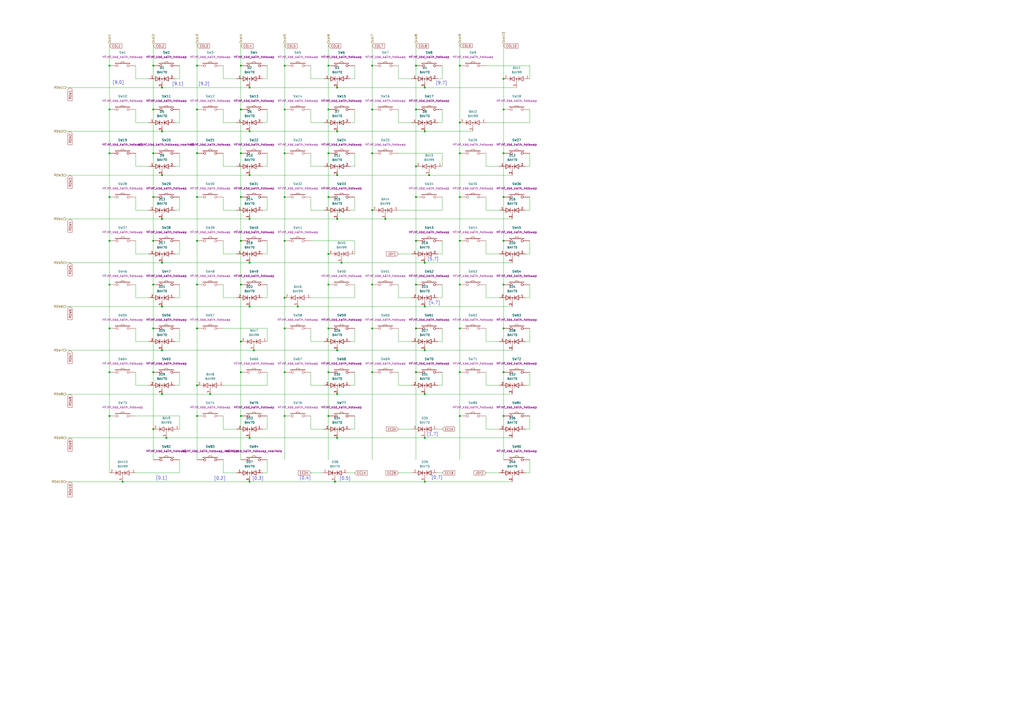
<source format=kicad_sch>
(kicad_sch (version 20250114) (generator "eeschema") (generator_version "9.0")
  (paper "A2")
  (lib_symbols
    (symbol "Diode:BAV70" (pin_names (hide yes))
      (property "Reference" "D" (at 0.635 -2.54 0))
      (property "Value" "BAV70" (at 0 2.54 0))
      (symbol "BAV70_0_1"
        (pin passive line (at -7.62 0 0) (length 3.81) (name "A") (number "1"))
        (pin passive line (at 0 -5.08 90) (length 2.54) (name "K") (number "3"))
        (pin passive line (at 7.62 0 180) (length 3.81) (name "A") (number "2"))
      )
    )
    (symbol "Diode:BAV99" (pin_names (hide yes))
      (property "Reference" "D" (at 0 5.08 0))
      (property "Value" "BAV99" (at 0 2.54 0))
      (symbol "BAV99_1_1"
        (pin passive line (at -7.62 0 0) (length 2.54) (name "K") (number "1"))
        (pin passive line (at 0 -5.08 90) (length 2.54) (name "K") (number "3"))
        (pin passive line (at 7.62 0 180) (length 2.54) (name "A") (number "2"))
      )
    )
    (symbol "HF:SW_PUSH" (pin_numbers (hide yes)) (pin_names (offset 1.016) (hide yes))
      (property "Reference" "SW" (at 3.81 2.54 0))
      (property "Footprint" "HF:hf_kbd_kailh_hotswap" (at 0 5.842 0))
      (symbol "SW_PUSH_1_1"
        (pin passive inverted (at -7.62 0 0) (length 5.08) (name "1") (number "1"))
        (pin passive inverted (at 7.62 0 180) (length 5.08) (name "2") (number "2"))
      )
    )
  )
  (text "[0,3]" (at 149.606 277.622 0) (effects (font (size 1.778 1.778))))
  (text "[1,7]" (at 250.952 251.968 0) (effects (font (size 1.778 1.778))))
  (text "[4,7]" (at 251.968 175.768 0) (effects (font (size 1.778 1.778))))
  (text "[9,1]" (at 103.124 48.768 0) (effects (font (size 1.778 1.778))))
  (text "[9,7]" (at 256.032 48.26 0) (effects (font (size 1.778 1.778))))
  (text "[9,2]" (at 118.364 48.768 0) (effects (font (size 1.778 1.778))))
  (text "[0,5]" (at 200.152 277.622 0) (effects (font (size 1.778 1.778))))
  (text "[0,1]" (at 93.726 277.368 0) (effects (font (size 1.778 1.778))))
  (text "[0,7]" (at 253.492 277.114 0) (effects (font (size 1.778 1.778))))
  (text "[0,4]" (at 177.038 277.368 0) (effects (font (size 1.778 1.778))))
  (text "[0,2]" (at 127.508 277.622 0) (effects (font (size 1.778 1.778))))
  (text "[9,0]" (at 68.58 48.006 0) (effects (font (size 1.778 1.778))))
  (text "[5,7]" (at 251.206 150.368 0) (effects (font (size 1.778 1.778))))
  (junction (at 63.5 63.5))
  (junction (at 195.58 254))
  (junction (at 246.38 203.2))
  (junction (at 114.3 139.7))
  (junction (at 165.1 63.5))
  (junction (at 215.9 215.9))
  (junction (at 144.78 76.2))
  (junction (at 88.9 88.9))
  (junction (at 88.9 248.92))
  (junction (at 195.58 203.2))
  (junction (at 93.98 228.6))
  (junction (at 114.3 190.5))
  (junction (at 246.38 228.6))
  (junction (at 292.1 63.5))
  (junction (at 63.5 114.3))
  (junction (at 96.52 254))
  (junction (at 292.1 190.5))
  (junction (at 114.3 114.3))
  (junction (at 63.5 165.1))
  (junction (at 139.7 165.1))
  (junction (at 266.7 71.12))
  (junction (at 165.1 172.72))
  (junction (at 88.9 215.9))
  (junction (at 190.5 241.3))
  (junction (at 147.32 203.2))
  (junction (at 88.9 38.1))
  (junction (at 93.98 101.6))
  (junction (at 88.9 190.5))
  (junction (at 144.78 152.4))
  (junction (at 241.3 190.5))
  (junction (at 215.9 190.5))
  (junction (at 165.1 190.5))
  (junction (at 172.72 177.8))
  (junction (at 144.78 177.8))
  (junction (at 195.58 50.8))
  (junction (at 292.1 139.7))
  (junction (at 246.38 152.4))
  (junction (at 266.7 215.9))
  (junction (at 139.7 215.9))
  (junction (at 266.7 165.1))
  (junction (at 63.5 190.5))
  (junction (at 190.5 114.3))
  (junction (at 165.1 38.1))
  (junction (at 241.3 114.3))
  (junction (at 190.5 63.5))
  (junction (at 246.38 50.8))
  (junction (at 190.5 190.5))
  (junction (at 215.9 88.9))
  (junction (at 114.3 63.5))
  (junction (at 215.9 121.92))
  (junction (at 93.98 177.8))
  (junction (at 93.98 203.2))
  (junction (at 165.1 215.9))
  (junction (at 144.78 279.4))
  (junction (at 266.7 241.3))
  (junction (at 195.58 228.6))
  (junction (at 165.1 88.9))
  (junction (at 93.98 152.4))
  (junction (at 93.98 127))
  (junction (at 165.1 114.3))
  (junction (at 248.92 101.6))
  (junction (at 144.78 127))
  (junction (at 215.9 165.1))
  (junction (at 241.3 63.5))
  (junction (at 266.7 190.5))
  (junction (at 139.7 88.9))
  (junction (at 114.3 223.52))
  (junction (at 292.1 241.3))
  (junction (at 292.1 45.72))
  (junction (at 266.7 88.9))
  (junction (at 241.3 165.1))
  (junction (at 139.7 139.7))
  (junction (at 292.1 88.9))
  (junction (at 63.5 215.9))
  (junction (at 139.7 241.3))
  (junction (at 144.78 254))
  (junction (at 114.3 88.9))
  (junction (at 223.52 127))
  (junction (at 215.9 63.5))
  (junction (at 190.5 147.32))
  (junction (at 93.98 76.2))
  (junction (at 241.3 38.1))
  (junction (at 292.1 114.3))
  (junction (at 246.38 177.8))
  (junction (at 190.5 38.1))
  (junction (at 190.5 165.1))
  (junction (at 63.5 139.7))
  (junction (at 266.7 114.3))
  (junction (at 63.5 88.9))
  (junction (at 114.3 165.1))
  (junction (at 266.7 38.1))
  (junction (at 88.9 63.5))
  (junction (at 241.3 96.52))
  (junction (at 190.5 215.9))
  (junction (at 241.3 139.7))
  (junction (at 139.7 63.5))
  (junction (at 63.5 38.1))
  (junction (at 88.9 114.3))
  (junction (at 195.58 76.2))
  (junction (at 195.58 101.6))
  (junction (at 195.58 127))
  (junction (at 88.9 139.7))
  (junction (at 292.1 215.9))
  (junction (at 63.5 241.3))
  (junction (at 114.3 241.3))
  (junction (at 114.3 38.1))
  (junction (at 71.12 279.4))
  (junction (at 88.9 165.1))
  (junction (at 165.1 241.3))
  (junction (at 241.3 215.9))
  (junction (at 292.1 165.1))
  (junction (at 121.92 228.6))
  (junction (at 246.38 279.4))
  (junction (at 194.31 279.4))
  (junction (at 93.98 50.8))
  (junction (at 266.7 139.7))
  (junction (at 139.7 38.1))
  (junction (at 246.38 254))
  (junction (at 246.38 76.2))
  (junction (at 190.5 88.9))
  (junction (at 144.78 50.8))
  (junction (at 139.7 198.12))
  (junction (at 165.1 139.7))
  (junction (at 144.78 101.6))
  (junction (at 198.12 152.4))
  (junction (at 139.7 114.3))
  (junction (at 215.9 38.1))
  (wire (pts (xy 38.1 101.6) (xy 93.98 101.6)))
  (wire (pts (xy 63.5 190.5) (xy 63.5 215.9)))
  (wire (pts (xy 307.34 121.92) (xy 307.34 114.3)))
  (wire (pts (xy 104.14 147.32) (xy 104.14 139.7)))
  (wire (pts (xy 180.34 223.52) (xy 187.96 223.52)))
  (wire (pts (xy 307.34 63.5) (xy 307.34 71.12)))
  (wire (pts (xy 78.74 38.1) (xy 78.74 45.72)))
  (wire (pts (xy 281.94 88.9) (xy 281.94 96.52)))
  (wire (pts (xy 180.34 38.1) (xy 180.34 45.72)))
  (wire (pts (xy 78.74 114.3) (xy 78.74 121.92)))
  (wire (pts (xy 281.94 223.52) (xy 281.94 215.9)))
  (wire (pts (xy 114.3 139.7) (xy 114.3 165.1)))
  (wire (pts (xy 307.34 248.92) (xy 307.34 241.3)))
  (wire (pts (xy 195.58 254) (xy 246.38 254)))
  (wire (pts (xy 256.54 223.52) (xy 254 223.52)))
  (wire (pts (xy 104.14 121.92) (xy 104.14 114.3)))
  (wire (pts (xy 154.94 121.92) (xy 154.94 114.3)))
  (wire (pts (xy 104.14 223.52) (xy 104.14 215.9)))
  (wire (pts (xy 38.1 76.2) (xy 93.98 76.2)))
  (wire (pts (xy 78.74 190.5) (xy 78.74 198.12)))
  (wire (pts (xy 114.3 63.5) (xy 114.3 88.9)))
  (wire (pts (xy 88.9 139.7) (xy 88.9 165.1)))
  (wire (pts (xy 241.3 215.9) (xy 241.3 266.7)))
  (wire (pts (xy 256.54 147.32) (xy 254 147.32)))
  (wire (pts (xy 104.14 190.5) (xy 104.14 198.12)))
  (wire (pts (xy 154.94 223.52) (xy 129.54 223.52)))
  (wire (pts (xy 104.14 274.32) (xy 78.74 274.32)))
  (wire (pts (xy 165.1 241.3) (xy 165.1 266.7)))
  (wire (pts (xy 307.34 274.32) (xy 307.34 266.7)))
  (wire (pts (xy 129.54 96.52) (xy 137.16 96.52)))
  (wire (pts (xy 190.5 147.32) (xy 190.5 165.1)))
  (wire (pts (xy 114.3 223.52) (xy 114.3 241.3)))
  (wire (pts (xy 180.34 248.92) (xy 187.96 248.92)))
  (wire (pts (xy 281.94 38.1) (xy 307.34 38.1)))
  (wire (pts (xy 88.9 63.5) (xy 88.9 88.9)))
  (wire (pts (xy 256.54 121.92) (xy 231.14 121.92)))
  (wire (pts (xy 281.94 248.92) (xy 289.56 248.92)))
  (wire (pts (xy 205.74 172.72) (xy 180.34 172.72)))
  (wire (pts (xy 190.5 38.1) (xy 190.5 63.5)))
  (wire (pts (xy 144.78 101.6) (xy 195.58 101.6)))
  (wire (pts (xy 38.1 152.4) (xy 93.98 152.4)))
  (wire (pts (xy 165.1 215.9) (xy 165.1 241.3)))
  (wire (pts (xy 246.38 279.4) (xy 297.18 279.4)))
  (wire (pts (xy 195.58 228.6) (xy 246.38 228.6)))
  (wire (pts (xy 63.5 241.3) (xy 63.5 274.32)))
  (wire (pts (xy 165.1 88.9) (xy 165.1 114.3)))
  (wire (pts (xy 281.94 274.32) (xy 289.56 274.32)))
  (wire (pts (xy 114.3 25.4) (xy 114.3 38.1)))
  (wire (pts (xy 129.54 147.32) (xy 137.16 147.32)))
  (wire (pts (xy 139.7 88.9) (xy 139.7 114.3)))
  (wire (pts (xy 231.14 274.32) (xy 238.76 274.32)))
  (wire (pts (xy 88.9 248.92) (xy 88.9 266.7)))
  (wire (pts (xy 129.54 121.92) (xy 137.16 121.92)))
  (wire (pts (xy 190.5 114.3) (xy 190.5 147.32)))
  (wire (pts (xy 63.5 139.7) (xy 63.5 165.1)))
  (wire (pts (xy 78.74 223.52) (xy 86.36 223.52)))
  (wire (pts (xy 101.6 121.92) (xy 104.14 121.92)))
  (wire (pts (xy 88.9 190.5) (xy 88.9 215.9)))
  (wire (pts (xy 93.98 50.8) (xy 144.78 50.8)))
  (wire (pts (xy 104.14 198.12) (xy 101.6 198.12)))
  (wire (pts (xy 78.74 172.72) (xy 86.36 172.72)))
  (wire (pts (xy 139.7 139.7) (xy 139.7 165.1)))
  (wire (pts (xy 254 248.92) (xy 256.54 248.92)))
  (wire (pts (xy 38.1 50.8) (xy 93.98 50.8)))
  (wire (pts (xy 289.56 223.52) (xy 281.94 223.52)))
  (wire (pts (xy 304.8 274.32) (xy 307.34 274.32)))
  (wire (pts (xy 93.98 177.8) (xy 144.78 177.8)))
  (wire (pts (xy 101.6 223.52) (xy 104.14 223.52)))
  (wire (pts (xy 172.72 177.8) (xy 246.38 177.8)))
  (wire (pts (xy 78.74 215.9) (xy 78.74 223.52)))
  (wire (pts (xy 114.3 165.1) (xy 114.3 190.5)))
  (wire (pts (xy 203.2 96.52) (xy 205.74 96.52)))
  (wire (pts (xy 154.94 190.5) (xy 154.94 198.12)))
  (wire (pts (xy 96.52 254) (xy 144.78 254)))
  (wire (pts (xy 154.94 45.72) (xy 154.94 38.1)))
  (wire (pts (xy 195.58 76.2) (xy 246.38 76.2)))
  (wire (pts (xy 195.58 203.2) (xy 246.38 203.2)))
  (wire (pts (xy 292.1 45.72) (xy 292.1 63.5)))
  (wire (pts (xy 246.38 152.4) (xy 297.18 152.4)))
  (wire (pts (xy 104.14 96.52) (xy 104.14 88.9)))
  (wire (pts (xy 246.38 254) (xy 297.18 254)))
  (wire (pts (xy 281.94 121.92) (xy 289.56 121.92)))
  (wire (pts (xy 246.38 76.2) (xy 274.32 76.2)))
  (wire (pts (xy 78.74 71.12) (xy 86.36 71.12)))
  (wire (pts (xy 180.34 215.9) (xy 180.34 223.52)))
  (wire (pts (xy 307.34 88.9) (xy 307.34 96.52)))
  (wire (pts (xy 292.1 114.3) (xy 292.1 139.7)))
  (wire (pts (xy 292.1 215.9) (xy 292.1 241.3)))
  (wire (pts (xy 129.54 139.7) (xy 129.54 147.32)))
  (wire (pts (xy 104.14 241.3) (xy 104.14 248.92)))
  (wire (pts (xy 292.1 88.9) (xy 292.1 114.3)))
  (wire (pts (xy 281.94 241.3) (xy 281.94 248.92)))
  (wire (pts (xy 205.74 96.52) (xy 205.74 88.9)))
  (wire (pts (xy 129.54 88.9) (xy 129.54 96.52)))
  (wire (pts (xy 266.7 114.3) (xy 266.7 139.7)))
  (wire (pts (xy 154.94 71.12) (xy 154.94 63.5)))
  (wire (pts (xy 63.5 63.5) (xy 63.5 88.9)))
  (wire (pts (xy 152.4 147.32) (xy 154.94 147.32)))
  (wire (pts (xy 144.78 279.4) (xy 194.31 279.4)))
  (wire (pts (xy 205.74 165.1) (xy 205.74 172.72)))
  (wire (pts (xy 139.7 215.9) (xy 139.7 241.3)))
  (wire (pts (xy 256.54 172.72) (xy 254 172.72)))
  (wire (pts (xy 281.94 96.52) (xy 289.56 96.52)))
  (wire (pts (xy 215.9 121.92) (xy 215.9 165.1)))
  (wire (pts (xy 205.74 121.92) (xy 205.74 114.3)))
  (wire (pts (xy 114.3 190.5) (xy 114.3 223.52)))
  (wire (pts (xy 139.7 165.1) (xy 139.7 198.12)))
  (wire (pts (xy 241.3 165.1) (xy 241.3 190.5)))
  (wire (pts (xy 266.7 88.9) (xy 266.7 114.3)))
  (wire (pts (xy 139.7 25.4) (xy 139.7 38.1)))
  (wire (pts (xy 254 71.12) (xy 256.54 71.12)))
  (wire (pts (xy 256.54 71.12) (xy 256.54 63.5)))
  (wire (pts (xy 190.5 215.9) (xy 190.5 241.3)))
  (wire (pts (xy 180.34 241.3) (xy 180.34 248.92)))
  (wire (pts (xy 93.98 101.6) (xy 144.78 101.6)))
  (wire (pts (xy 104.14 165.1) (xy 104.14 172.72)))
  (wire (pts (xy 238.76 223.52) (xy 231.14 223.52)))
  (wire (pts (xy 180.34 63.5) (xy 180.34 71.12)))
  (wire (pts (xy 266.7 165.1) (xy 266.7 190.5)))
  (wire (pts (xy 198.12 152.4) (xy 246.38 152.4)))
  (wire (pts (xy 281.94 198.12) (xy 289.56 198.12)))
  (wire (pts (xy 304.8 147.32) (xy 307.34 147.32)))
  (wire (pts (xy 180.34 71.12) (xy 187.96 71.12)))
  (wire (pts (xy 215.9 88.9) (xy 215.9 121.92)))
  (wire (pts (xy 266.7 241.3) (xy 266.7 266.7)))
  (wire (pts (xy 88.9 215.9) (xy 88.9 248.92)))
  (wire (pts (xy 154.94 96.52) (xy 154.94 88.9)))
  (wire (pts (xy 205.74 198.12) (xy 205.74 190.5)))
  (wire (pts (xy 152.4 248.92) (xy 154.94 248.92)))
  (wire (pts (xy 203.2 45.72) (xy 205.74 45.72)))
  (wire (pts (xy 154.94 215.9) (xy 154.94 223.52)))
  (wire (pts (xy 307.34 96.52) (xy 304.8 96.52)))
  (wire (pts (xy 266.7 71.12) (xy 266.7 88.9)))
  (wire (pts (xy 289.56 172.72) (xy 281.94 172.72)))
  (wire (pts (xy 254 274.32) (xy 256.54 274.32)))
  (wire (pts (xy 121.92 228.6) (xy 195.58 228.6)))
  (wire (pts (xy 129.54 248.92) (xy 137.16 248.92)))
  (wire (pts (xy 256.54 88.9) (xy 256.54 96.52)))
  (wire (pts (xy 231.14 172.72) (xy 238.76 172.72)))
  (wire (pts (xy 231.14 248.92) (xy 238.76 248.92)))
  (wire (pts (xy 190.5 190.5) (xy 190.5 215.9)))
  (wire (pts (xy 246.38 203.2) (xy 297.18 203.2)))
  (wire (pts (xy 231.14 63.5) (xy 231.14 71.12)))
  (wire (pts (xy 63.5 88.9) (xy 63.5 114.3)))
  (wire (pts (xy 231.14 147.32) (xy 238.76 147.32)))
  (wire (pts (xy 154.94 165.1) (xy 154.94 172.72)))
  (wire (pts (xy 129.54 63.5) (xy 129.54 71.12)))
  (wire (pts (xy 88.9 114.3) (xy 88.9 139.7)))
  (wire (pts (xy 88.9 25.4) (xy 88.9 38.1)))
  (wire (pts (xy 144.78 127) (xy 195.58 127)))
  (wire (pts (xy 180.34 139.7) (xy 205.74 139.7)))
  (wire (pts (xy 63.5 114.3) (xy 63.5 139.7)))
  (wire (pts (xy 266.7 139.7) (xy 266.7 165.1)))
  (wire (pts (xy 203.2 248.92) (xy 205.74 248.92)))
  (wire (pts (xy 129.54 190.5) (xy 154.94 190.5)))
  (wire (pts (xy 231.14 88.9) (xy 256.54 88.9)))
  (wire (pts (xy 241.3 114.3) (xy 241.3 139.7)))
  (wire (pts (xy 63.5 25.4) (xy 63.5 38.1)))
  (wire (pts (xy 190.5 63.5) (xy 190.5 88.9)))
  (wire (pts (xy 129.54 38.1) (xy 129.54 45.72)))
  (wire (pts (xy 180.34 88.9) (xy 180.34 96.52)))
  (wire (pts (xy 190.5 190.5) (xy 190.5 165.1)))
  (wire (pts (xy 195.58 127) (xy 223.52 127)))
  (wire (pts (xy 256.54 139.7) (xy 256.54 147.32)))
  (wire (pts (xy 246.38 228.6) (xy 297.18 228.6)))
  (wire (pts (xy 241.3 63.5) (xy 241.3 96.52)))
  (wire (pts (xy 215.9 190.5) (xy 215.9 215.9)))
  (wire (pts (xy 154.94 248.92) (xy 154.94 241.3)))
  (wire (pts (xy 292.1 190.5) (xy 292.1 215.9)))
  (wire (pts (xy 144.78 254) (xy 195.58 254)))
  (wire (pts (xy 180.34 45.72) (xy 187.96 45.72)))
  (wire (pts (xy 205.74 248.92) (xy 205.74 241.3)))
  (wire (pts (xy 266.7 190.5) (xy 266.7 215.9)))
  (wire (pts (xy 154.94 274.32) (xy 154.94 266.7)))
  (wire (pts (xy 304.8 172.72) (xy 307.34 172.72)))
  (wire (pts (xy 114.3 88.9) (xy 114.3 114.3)))
  (wire (pts (xy 165.1 25.4) (xy 165.1 38.1)))
  (wire (pts (xy 104.14 266.7) (xy 104.14 274.32)))
  (wire (pts (xy 104.14 172.72) (xy 101.6 172.72)))
  (wire (pts (xy 78.74 121.92) (xy 86.36 121.92)))
  (wire (pts (xy 129.54 172.72) (xy 129.54 165.1)))
  (wire (pts (xy 266.7 25.4) (xy 266.7 38.1)))
  (wire (pts (xy 281.94 172.72) (xy 281.94 165.1)))
  (wire (pts (xy 304.8 248.92) (xy 307.34 248.92)))
  (wire (pts (xy 256.54 215.9) (xy 256.54 223.52)))
  (wire (pts (xy 180.34 274.32) (xy 186.69 274.32)))
  (wire (pts (xy 63.5 38.1) (xy 63.5 63.5)))
  (wire (pts (xy 78.74 165.1) (xy 78.74 172.72)))
  (wire (pts (xy 165.1 172.72) (xy 165.1 190.5)))
  (wire (pts (xy 256.54 198.12) (xy 256.54 190.5)))
  (wire (pts (xy 152.4 71.12) (xy 154.94 71.12)))
  (wire (pts (xy 152.4 121.92) (xy 154.94 121.92)))
  (wire (pts (xy 254 45.72) (xy 256.54 45.72)))
  (wire (pts (xy 78.74 139.7) (xy 78.74 147.32)))
  (wire (pts (xy 78.74 88.9) (xy 78.74 96.52)))
  (wire (pts (xy 254 198.12) (xy 256.54 198.12)))
  (wire (pts (xy 281.94 147.32) (xy 289.56 147.32)))
  (wire (pts (xy 152.4 96.52) (xy 154.94 96.52)))
  (wire (pts (xy 63.5 215.9) (xy 63.5 241.3)))
  (wire (pts (xy 144.78 177.8) (xy 172.72 177.8)))
  (wire (pts (xy 104.14 45.72) (xy 104.14 38.1)))
  (wire (pts (xy 180.34 96.52) (xy 187.96 96.52)))
  (wire (pts (xy 180.34 190.5) (xy 180.34 198.12)))
  (wire (pts (xy 180.34 114.3) (xy 180.34 121.92)))
  (wire (pts (xy 129.54 114.3) (xy 129.54 121.92)))
  (wire (pts (xy 101.6 147.32) (xy 104.14 147.32)))
  (wire (pts (xy 292.1 241.3) (xy 292.1 266.7)))
  (wire (pts (xy 203.2 223.52) (xy 205.74 223.52)))
  (wire (pts (xy 165.1 38.1) (xy 165.1 63.5)))
  (wire (pts (xy 88.9 88.9) (xy 88.9 114.3)))
  (wire (pts (xy 190.5 88.9) (xy 190.5 114.3)))
  (wire (pts (xy 215.9 63.5) (xy 215.9 88.9)))
  (wire (pts (xy 180.34 198.12) (xy 187.96 198.12)))
  (wire (pts (xy 152.4 45.72) (xy 154.94 45.72)))
  (wire (pts (xy 101.6 71.12) (xy 104.14 71.12)))
  (wire (pts (xy 114.3 241.3) (xy 114.3 266.7)))
  (wire (pts (xy 38.1 254) (xy 96.52 254)))
  (wire (pts (xy 304.8 121.92) (xy 307.34 121.92)))
  (wire (pts (xy 241.3 25.4) (xy 241.3 38.1)))
  (wire (pts (xy 307.34 147.32) (xy 307.34 139.7)))
  (wire (pts (xy 38.1 127) (xy 93.98 127)))
  (wire (pts (xy 71.12 279.4) (xy 144.78 279.4)))
  (wire (pts (xy 195.58 50.8) (xy 246.38 50.8)))
  (wire (pts (xy 307.34 215.9) (xy 307.34 223.52)))
  (wire (pts (xy 246.38 50.8) (xy 299.72 50.8)))
  (wire (pts (xy 78.74 241.3) (xy 104.14 241.3)))
  (wire (pts (xy 78.74 198.12) (xy 86.36 198.12)))
  (wire (pts (xy 241.3 38.1) (xy 241.3 63.5)))
  (wire (pts (xy 114.3 114.3) (xy 114.3 139.7)))
  (wire (pts (xy 248.92 101.6) (xy 297.18 101.6)))
  (wire (pts (xy 38.1 228.6) (xy 93.98 228.6)))
  (wire (pts (xy 205.74 139.7) (xy 205.74 147.32)))
  (wire (pts (xy 292.1 63.5) (xy 292.1 88.9)))
  (wire (pts (xy 139.7 63.5) (xy 139.7 88.9)))
  (wire (pts (xy 231.14 190.5) (xy 231.14 198.12)))
  (wire (pts (xy 93.98 127) (xy 144.78 127)))
  (wire (pts (xy 256.54 114.3) (xy 256.54 121.92)))
  (wire (pts (xy 165.1 114.3) (xy 165.1 139.7)))
  (wire (pts (xy 266.7 215.9) (xy 266.7 241.3)))
  (wire (pts (xy 129.54 71.12) (xy 137.16 71.12)))
  (wire (pts (xy 231.14 38.1) (xy 231.14 45.72)))
  (wire (pts (xy 63.5 165.1) (xy 63.5 190.5)))
  (wire (pts (xy 114.3 38.1) (xy 114.3 63.5)))
  (wire (pts (xy 304.8 198.12) (xy 307.34 198.12)))
  (wire (pts (xy 93.98 152.4) (xy 144.78 152.4)))
  (wire (pts (xy 101.6 45.72) (xy 104.14 45.72)))
  (wire (pts (xy 144.78 76.2) (xy 195.58 76.2)))
  (wire (pts (xy 281.94 139.7) (xy 281.94 147.32)))
  (wire (pts (xy 281.94 114.3) (xy 281.94 121.92)))
  (wire (pts (xy 256.54 45.72) (xy 256.54 38.1)))
  (wire (pts (xy 231.14 45.72) (xy 238.76 45.72)))
  (wire (pts (xy 38.1 279.4) (xy 71.12 279.4)))
  (wire (pts (xy 180.34 121.92) (xy 187.96 121.92)))
  (wire (pts (xy 93.98 76.2) (xy 144.78 76.2)))
  (wire (pts (xy 165.1 139.7) (xy 165.1 172.72)))
  (wire (pts (xy 139.7 241.3) (xy 139.7 266.7)))
  (wire (pts (xy 231.14 165.1) (xy 231.14 172.72)))
  (wire (pts (xy 152.4 274.32) (xy 154.94 274.32)))
  (wire (pts (xy 201.93 274.32) (xy 205.74 274.32)))
  (wire (pts (xy 281.94 190.5) (xy 281.94 198.12)))
  (wire (pts (xy 231.14 198.12) (xy 238.76 198.12)))
  (wire (pts (xy 88.9 165.1) (xy 88.9 190.5)))
  (wire (pts (xy 78.74 96.52) (xy 86.36 96.52)))
  (wire (pts (xy 101.6 96.52) (xy 104.14 96.52)))
  (wire (pts (xy 266.7 38.1) (xy 266.7 71.12)))
  (wire (pts (xy 215.9 165.1) (xy 215.9 190.5)))
  (wire (pts (xy 190.5 241.3) (xy 190.5 266.7)))
  (wire (pts (xy 139.7 114.3) (xy 139.7 139.7)))
  (wire (pts (xy 144.78 152.4) (xy 198.12 152.4)))
  (wire (pts (xy 241.3 190.5) (xy 241.3 215.9)))
  (wire (pts (xy 307.34 172.72) (xy 307.34 165.1)))
  (wire (pts (xy 307.34 71.12) (xy 281.94 71.12)))
  (wire (pts (xy 93.98 203.2) (xy 147.32 203.2)))
  (wire (pts (xy 223.52 127) (xy 297.18 127)))
  (wire (pts (xy 231.14 223.52) (xy 231.14 215.9)))
  (wire (pts (xy 241.3 139.7) (xy 241.3 165.1)))
  (wire (pts (xy 205.74 45.72) (xy 205.74 38.1)))
  (wire (pts (xy 231.14 71.12) (xy 238.76 71.12)))
  (wire (pts (xy 78.74 147.32) (xy 86.36 147.32)))
  (wire (pts (xy 215.9 38.1) (xy 215.9 63.5)))
  (wire (pts (xy 165.1 190.5) (xy 165.1 215.9)))
  (wire (pts (xy 88.9 38.1) (xy 88.9 63.5)))
  (wire (pts (xy 195.58 101.6) (xy 248.92 101.6)))
  (wire (pts (xy 194.31 279.4) (xy 246.38 279.4)))
  (wire (pts (xy 129.54 241.3) (xy 129.54 248.92)))
  (wire (pts (xy 246.38 177.8) (xy 297.18 177.8)))
  (wire (pts (xy 292.1 165.1) (xy 292.1 190.5)))
  (wire (pts (xy 307.34 198.12) (xy 307.34 190.5)))
  (wire (pts (xy 154.94 147.32) (xy 154.94 139.7)))
  (wire (pts (xy 129.54 274.32) (xy 137.16 274.32)))
  (wire (pts (xy 154.94 172.72) (xy 152.4 172.72)))
  (wire (pts (xy 139.7 38.1) (xy 139.7 63.5)))
  (wire (pts (xy 292.1 25.4) (xy 292.1 45.72)))
  (wire (pts (xy 307.34 38.1) (xy 307.34 45.72)))
  (wire (pts (xy 78.74 45.72) (xy 86.36 45.72)))
  (wire (pts (xy 215.9 25.4) (xy 215.9 38.1)))
  (wire (pts (xy 38.1 177.8) (xy 93.98 177.8)))
  (wire (pts (xy 190.5 25.4) (xy 190.5 38.1)))
  (wire (pts (xy 203.2 71.12) (xy 205.74 71.12)))
  (wire (pts (xy 139.7 198.12) (xy 139.7 215.9)))
  (wire (pts (xy 205.74 71.12) (xy 205.74 63.5)))
  (wire (pts (xy 38.1 203.2) (xy 93.98 203.2)))
  (wire (pts (xy 241.3 96.52) (xy 241.3 114.3)))
  (wire (pts (xy 307.34 223.52) (xy 304.8 223.52)))
  (wire (pts (xy 147.32 203.2) (xy 195.58 203.2)))
  (wire (pts (xy 93.98 228.6) (xy 121.92 228.6)))
  (wire (pts (xy 203.2 198.12) (xy 205.74 198.12)))
  (wire (pts (xy 203.2 121.92) (xy 205.74 121.92)))
  (wire (pts (xy 129.54 266.7) (xy 129.54 274.32)))
  (wire (pts (xy 137.16 172.72) (xy 129.54 172.72)))
  (wire (pts (xy 292.1 139.7) (xy 292.1 165.1)))
  (wire (pts (xy 78.74 63.5) (xy 78.74 71.12)))
  (wire (pts (xy 129.54 45.72) (xy 137.16 45.72)))
  (wire (pts (xy 205.74 223.52) (xy 205.74 215.9)))
  (wire (pts (xy 144.78 50.8) (xy 195.58 50.8)))
  (wire (pts (xy 215.9 215.9) (xy 215.9 266.7)))
  (wire (pts (xy 104.14 71.12) (xy 104.14 63.5)))
  (wire (pts (xy 165.1 63.5) (xy 165.1 88.9)))
  (wire (pts (xy 256.54 165.1) (xy 256.54 172.72)))
  (global_label "EC2B" (shape input) (at 231.14 274.32 180) (property "Intersheetrefs" "${INTERSHEET_REFS}" (effects (hide yes))))
  (global_label "EC1A" (shape input) (at 256.54 248.92 0) (property "Intersheetrefs" "${INTERSHEET_REFS}" (effects (hide yes))))
  (global_label "ROW7" (shape input) (at 40.64 203.2 270) (property "Intersheetrefs" "${INTERSHEET_REFS}" (effects (hide yes))))
  (global_label "ROW1" (shape input) (at 40.64 50.8 270) (property "Intersheetrefs" "${INTERSHEET_REFS}" (effects (hide yes))))
  (global_label "EC1H" (shape input) (at 205.74 274.32 0) (property "Intersheetrefs" "${INTERSHEET_REFS}" (effects (hide yes))))
  (global_label "COL9" (shape input) (at 266.7 26.521 0) (property "Intersheetrefs" "${INTERSHEET_REFS}" (effects (hide yes))))
  (global_label "COL4" (shape input) (at 139.7 26.67 0) (property "Intersheetrefs" "${INTERSHEET_REFS}" (effects (hide yes))))
  (global_label "ROW4" (shape input) (at 40.64 127 270) (property "Intersheetrefs" "${INTERSHEET_REFS}" (effects (hide yes))))
  (global_label "COL5" (shape input) (at 165.1 26.67 0) (property "Intersheetrefs" "${INTERSHEET_REFS}" (effects (hide yes))))
  (global_label "ROW8" (shape input) (at 40.64 228.6 270) (property "Intersheetrefs" "${INTERSHEET_REFS}" (effects (hide yes))))
  (global_label "ROW10" (shape input) (at 40.64 279.4 270) (property "Intersheetrefs" "${INTERSHEET_REFS}" (effects (hide yes))))
  (global_label "COL10" (shape input) (at 292.1 26.67 0) (property "Intersheetrefs" "${INTERSHEET_REFS}" (effects (hide yes))))
  (global_label "EC2A" (shape input) (at 231.14 248.92 180) (property "Intersheetrefs" "${INTERSHEET_REFS}" (effects (hide yes))))
  (global_label "ROW3" (shape input) (at 40.64 101.6 270) (property "Intersheetrefs" "${INTERSHEET_REFS}" (effects (hide yes))))
  (global_label "JOY1" (shape input) (at 231.14 147.32 180) (property "Intersheetrefs" "${INTERSHEET_REFS}" (effects (hide yes))))
  (global_label "JOY2" (shape input) (at 281.94 274.32 180) (property "Intersheetrefs" "${INTERSHEET_REFS}" (effects (hide yes))))
  (global_label "ROW2" (shape input) (at 40.64 76.2 270) (property "Intersheetrefs" "${INTERSHEET_REFS}" (effects (hide yes))))
  (global_label "ROW5" (shape input) (at 40.64 152.4 270) (property "Intersheetrefs" "${INTERSHEET_REFS}" (effects (hide yes))))
  (global_label "COL6" (shape input) (at 190.5 26.67 0) (property "Intersheetrefs" "${INTERSHEET_REFS}" (effects (hide yes))))
  (global_label "EC2H" (shape input) (at 180.34 274.32 180) (property "Intersheetrefs" "${INTERSHEET_REFS}" (effects (hide yes))))
  (global_label "ROW9" (shape input) (at 40.64 254 270) (property "Intersheetrefs" "${INTERSHEET_REFS}" (effects (hide yes))))
  (global_label "COL1" (shape input) (at 63.5 26.67 0) (property "Intersheetrefs" "${INTERSHEET_REFS}" (effects (hide yes))))
  (global_label "COL3" (shape input) (at 114.3 26.67 0) (property "Intersheetrefs" "${INTERSHEET_REFS}" (effects (hide yes))))
  (global_label "EC1B" (shape input) (at 256.54 274.32 0) (property "Intersheetrefs" "${INTERSHEET_REFS}" (effects (hide yes))))
  (global_label "COL7" (shape input) (at 215.9 26.67 0) (property "Intersheetrefs" "${INTERSHEET_REFS}" (effects (hide yes))))
  (global_label "COL8" (shape input) (at 241.3 26.67 0) (property "Intersheetrefs" "${INTERSHEET_REFS}" (effects (hide yes))))
  (global_label "COL2" (shape input) (at 88.9 26.67 0) (property "Intersheetrefs" "${INTERSHEET_REFS}" (effects (hide yes))))
  (global_label "ROW6" (shape input) (at 40.64 177.8 270) (property "Intersheetrefs" "${INTERSHEET_REFS}" (effects (hide yes))))
  (hierarchical_label "ROW6" (shape passive) (at 38.1 177.8 180))
  (hierarchical_label "col8" (shape input) (at 241.3 25.4 90))
  (hierarchical_label "col9" (shape input) (at 266.7 25.4 90))
  (hierarchical_label "col7" (shape input) (at 215.9 25.4 90))
  (hierarchical_label "col3" (shape input) (at 114.3 25.4 90))
  (hierarchical_label "ROW7" (shape passive) (at 38.1 203.2 180))
  (hierarchical_label "ROW5" (shape passive) (at 38.1 152.4 180))
  (hierarchical_label "ROW1" (shape passive) (at 38.1 50.8 180))
  (hierarchical_label "ROW3" (shape passive) (at 38.1 101.6 180))
  (hierarchical_label "col6" (shape input) (at 190.5 25.4 90))
  (hierarchical_label "ROW8" (shape passive) (at 38.1 228.6 180))
  (hierarchical_label "col1" (shape input) (at 63.5 25.4 90))
  (hierarchical_label "col10" (shape input) (at 292.1 25.4 90))
  (hierarchical_label "col5" (shape input) (at 165.1 25.4 90))
  (hierarchical_label "ROW10" (shape passive) (at 38.1 279.4 180))
  (hierarchical_label "col4" (shape input) (at 139.7 25.4 90))
  (hierarchical_label "ROW9" (shape passive) (at 38.1 254 180))
  (hierarchical_label "ROW2" (shape passive) (at 38.1 76.2 180))
  (hierarchical_label "col2" (shape input) (at 88.9 25.4 90))
  (hierarchical_label "ROW4" (shape passive) (at 38.1 127 180))
  (symbol (lib_id "HF:SW_PUSH") (at 172.72 88.9 0) (mirror y) (unit 1)
    (property "Reference" "SW23" (at 172.72 81.28 0))
    (property "Value" "SW_PUSH" (effects (hide yes)))
    (property "Footprint" "HF:hf_kbd_kailh_hotswap" (at 172.72 83.82 0))
  )
  (symbol (lib_id "HF:SW_PUSH") (at 121.92 165.1 0) (unit 1)
    (property "Reference" "SW48" (at 121.92 157.48 0))
    (property "Value" "SW_PUSH" (effects (hide yes)))
    (property "Footprint" "HF:hf_kbd_kailh_hotswap" (at 121.92 160.02 0))
  )
  (symbol (lib_id "Diode:BAV70") (at 246.38 248.92 0) (mirror y) (unit 1)
    (property "Reference" "D35" (at 246.38 242.57 0))
    (property "Value" "BAV70" (at 246.38 245.11 0))
    (property "Footprint" "Package_TO_SOT_SMD:SOT-23" (effects (hide yes)))
    (property "Datasheet" "https://assets.nexperia.com/documents/data-sheet/BAV70_SER.pdf" (effects (hide yes)))
    (property "Description" "Dual 100V 215mA high-speed switching diodes, common cathode, SOT-23" (effects (hide yes)))
  )
  (symbol (lib_id "HF:SW_PUSH") (at 147.32 266.7 0) (mirror y) (unit 1)
    (property "Reference" "SW84" (at 147.32 259.08 0))
    (property "Value" "SW_PUSH" (effects (hide yes)))
    (property "Footprint" "HF:hf_kbd_kailh_hotswap_nearhole" (at 147.32 261.62 0))
  )
  (symbol (lib_id "Diode:BAV70") (at 195.58 121.92 0) (unit 1)
    (property "Reference" "D15" (at 195.58 115.57 0))
    (property "Value" "BAV70" (at 195.58 118.11 0))
    (property "Footprint" "Package_TO_SOT_SMD:SOT-23" (effects (hide yes)))
    (property "Datasheet" "https://assets.nexperia.com/documents/data-sheet/BAV70_SER.pdf" (effects (hide yes)))
    (property "Description" "Dual 100V 215mA high-speed switching diodes, common cathode, SOT-23" (effects (hide yes)))
  )
  (symbol (lib_id "Diode:BAV70") (at 246.38 71.12 0) (unit 1)
    (property "Reference" "D8" (at 246.38 64.77 0))
    (property "Value" "BAV70" (at 246.38 67.31 0))
    (property "Footprint" "Package_TO_SOT_SMD:SOT-23" (effects (hide yes)))
    (property "Datasheet" "https://assets.nexperia.com/documents/data-sheet/BAV70_SER.pdf" (effects (hide yes)))
    (property "Description" "Dual 100V 215mA high-speed switching diodes, common cathode, SOT-23" (effects (hide yes)))
  )
  (symbol (lib_id "HF:SW_PUSH") (at 71.12 63.5 0) (mirror y) (unit 1)
    (property "Reference" "SW10" (at 71.12 55.88 0))
    (property "Value" "SW_PUSH" (effects (hide yes)))
    (property "Footprint" "HF:hf_kbd_kailh_hotswap" (at 71.12 58.42 0))
  )
  (symbol (lib_id "Diode:BAV70") (at 297.18 147.32 0) (unit 1)
    (property "Reference" "D20" (at 297.18 140.97 0))
    (property "Value" "BAV70" (at 297.18 143.51 0))
    (property "Footprint" "Package_TO_SOT_SMD:SOT-23" (effects (hide yes)))
    (property "Datasheet" "https://assets.nexperia.com/documents/data-sheet/BAV70_SER.pdf" (effects (hide yes)))
    (property "Description" "Dual 100V 215mA high-speed switching diodes, common cathode, SOT-23" (effects (hide yes)))
  )
  (symbol (lib_id "Diode:BAV70") (at 246.38 223.52 0) (mirror y) (unit 1)
    (property "Reference" "D31" (at 246.38 217.17 0))
    (property "Value" "BAV70" (at 246.38 219.71 0))
    (property "Footprint" "Package_TO_SOT_SMD:SOT-23" (effects (hide yes)))
    (property "Datasheet" "https://assets.nexperia.com/documents/data-sheet/BAV70_SER.pdf" (effects (hide yes)))
    (property "Description" "Dual 100V 215mA high-speed switching diodes, common cathode, SOT-23" (effects (hide yes)))
  )
  (symbol (lib_id "HF:SW_PUSH") (at 172.72 190.5 0) (unit 1)
    (property "Reference" "SW58" (at 172.72 182.88 0))
    (property "Value" "SW_PUSH" (effects (hide yes)))
    (property "Footprint" "HF:hf_kbd_kailh_hotswap" (at 172.72 185.42 0))
  )
  (symbol (lib_id "HF:SW_PUSH") (at 121.92 241.3 0) (unit 1)
    (property "Reference" "SW74" (at 121.92 233.68 0))
    (property "Value" "SW_PUSH" (effects (hide yes)))
    (property "Footprint" "HF:hf_kbd_kailh_hotswap" (at 121.92 236.22 0))
  )
  (symbol (lib_id "HF:SW_PUSH") (at 71.12 190.5 0) (unit 1)
    (property "Reference" "SW55" (at 71.12 182.88 0))
    (property "Value" "SW_PUSH" (effects (hide yes)))
    (property "Footprint" "HF:hf_kbd_kailh_hotswap" (at 71.12 185.42 0))
  )
  (symbol (lib_id "HF:SW_PUSH") (at 198.12 88.9 0) (unit 1)
    (property "Reference" "SW24" (at 198.12 81.28 0))
    (property "Value" "SW_PUSH" (effects (hide yes)))
    (property "Footprint" "HF:hf_kbd_kailh_hotswap" (at 198.12 83.82 0))
  )
  (symbol (lib_id "HF:SW_PUSH") (at 274.32 88.9 0) (unit 1)
    (property "Reference" "SW26" (at 274.32 81.28 0))
    (property "Value" "SW_PUSH" (effects (hide yes)))
    (property "Footprint" "HF:hf_kbd_kailh_hotswap" (at 274.32 83.82 0))
  )
  (symbol (lib_id "Diode:BAV70") (at 195.58 223.52 0) (mirror y) (unit 1)
    (property "Reference" "D30" (at 195.58 217.17 0))
    (property "Value" "BAV70" (at 195.58 219.71 0))
    (property "Footprint" "Package_TO_SOT_SMD:SOT-23" (effects (hide yes)))
    (property "Datasheet" "https://assets.nexperia.com/documents/data-sheet/BAV70_SER.pdf" (effects (hide yes)))
    (property "Description" "Dual 100V 215mA high-speed switching diodes, common cathode, SOT-23" (effects (hide yes)))
  )
  (symbol (lib_id "HF:SW_PUSH") (at 299.72 215.9 0) (mirror y) (unit 1)
    (property "Reference" "SW72" (at 299.72 208.28 0))
    (property "Value" "SW_PUSH" (effects (hide yes)))
    (property "Footprint" "HF:hf_kbd_kailh_hotswap" (at 299.72 210.82 0))
  )
  (symbol (lib_id "HF:SW_PUSH") (at 299.72 139.7 0) (mirror y) (unit 1)
    (property "Reference" "SW45" (at 299.72 132.08 0))
    (property "Value" "SW_PUSH" (effects (hide yes)))
    (property "Footprint" "HF:hf_kbd_kailh_hotswap" (at 299.72 134.62 0))
  )
  (symbol (lib_id "Diode:BAV70") (at 144.78 71.12 0) (unit 1)
    (property "Reference" "D6" (at 144.78 64.77 0))
    (property "Value" "BAV70" (at 144.78 67.31 0))
    (property "Footprint" "Package_TO_SOT_SMD:SOT-23" (effects (hide yes)))
    (property "Datasheet" "https://assets.nexperia.com/documents/data-sheet/BAV70_SER.pdf" (effects (hide yes)))
    (property "Description" "Dual 100V 215mA high-speed switching diodes, common cathode, SOT-23" (effects (hide yes)))
  )
  (symbol (lib_id "HF:SW_PUSH") (at 172.72 215.9 0) (unit 1)
    (property "Reference" "SW67" (at 172.72 208.28 0))
    (property "Value" "SW_PUSH" (effects (hide yes)))
    (property "Footprint" "HF:hf_kbd_kailh_hotswap" (at 172.72 210.82 0))
  )
  (symbol (lib_id "Diode:BAV70") (at 93.98 96.52 0) (unit 1)
    (property "Reference" "D9" (at 93.98 90.17 0))
    (property "Value" "BAV70" (at 93.98 92.71 0))
    (property "Footprint" "Package_TO_SOT_SMD:SOT-23" (effects (hide yes)))
    (property "Datasheet" "https://assets.nexperia.com/documents/data-sheet/BAV70_SER.pdf" (effects (hide yes)))
    (property "Description" "Dual 100V 215mA high-speed switching diodes, common cathode, SOT-23" (effects (hide yes)))
  )
  (symbol (lib_id "Diode:BAV99") (at 299.72 45.72 0) (mirror y) (unit 1)
    (property "Reference" "BAV1" (at 299.72 39.37 0))
    (property "Value" "BAV99" (at 299.72 41.91 0))
    (property "Footprint" "Package_TO_SOT_SMD:SOT-23" (effects (hide yes)))
    (property "Datasheet" "https://assets.nexperia.com/documents/data-sheet/BAV99_SER.pdf" (effects (hide yes)))
    (property "Description" "BAV99 High-speed switching diodes, SOT-23" (effects (hide yes)))
  )
  (symbol (lib_id "HF:SW_PUSH") (at 147.32 139.7 0) (unit 1)
    (property "Reference" "SW40" (at 147.32 132.08 0))
    (property "Value" "SW_PUSH" (effects (hide yes)))
    (property "Footprint" "HF:hf_kbd_kailh_hotswap" (at 147.32 134.62 0))
  )
  (symbol (lib_id "Diode:BAV70") (at 144.78 248.92 0) (mirror y) (unit 1)
    (property "Reference" "D33" (at 144.78 242.57 0))
    (property "Value" "BAV70" (at 144.78 245.11 0))
    (property "Footprint" "Package_TO_SOT_SMD:SOT-23" (effects (hide yes)))
    (property "Datasheet" "https://assets.nexperia.com/documents/data-sheet/BAV70_SER.pdf" (effects (hide yes)))
    (property "Description" "Dual 100V 215mA high-speed switching diodes, common cathode, SOT-23" (effects (hide yes)))
  )
  (symbol (lib_id "HF:SW_PUSH") (at 274.32 114.3 0) (unit 1)
    (property "Reference" "SW35" (at 274.32 106.68 0))
    (property "Value" "SW_PUSH" (effects (hide yes)))
    (property "Footprint" "HF:hf_kbd_kailh_hotswap" (at 274.32 109.22 0))
  )
  (symbol (lib_id "Diode:BAV99") (at 198.12 147.32 0) (mirror y) (unit 1)
    (property "Reference" "BAV5" (at 198.12 140.97 0))
    (property "Value" "BAV99" (at 198.12 143.51 0))
    (property "Footprint" "Package_TO_SOT_SMD:SOT-23" (effects (hide yes)))
    (property "Datasheet" "https://assets.nexperia.com/documents/data-sheet/BAV99_SER.pdf" (effects (hide yes)))
    (property "Description" "BAV99 High-speed switching diodes, SOT-23" (effects (hide yes)))
  )
  (symbol (lib_id "HF:SW_PUSH") (at 198.12 114.3 0) (unit 1)
    (property "Reference" "SW33" (at 198.12 106.68 0))
    (property "Value" "SW_PUSH" (effects (hide yes)))
    (property "Footprint" "HF:hf_kbd_kailh_hotswap" (at 198.12 109.22 0))
  )
  (symbol (lib_id "Diode:BAV70") (at 297.18 198.12 0) (unit 1)
    (property "Reference" "D28" (at 297.18 191.77 0))
    (property "Value" "BAV70" (at 297.18 194.31 0))
    (property "Footprint" "Package_TO_SOT_SMD:SOT-23" (effects (hide yes)))
    (property "Datasheet" "https://assets.nexperia.com/documents/data-sheet/BAV70_SER.pdf" (effects (hide yes)))
    (property "Description" "Dual 100V 215mA high-speed switching diodes, common cathode, SOT-23" (effects (hide yes)))
  )
  (symbol (lib_id "HF:SW_PUSH") (at 223.52 38.1 0) (mirror y) (unit 1)
    (property "Reference" "SW7" (at 223.52 30.48 0))
    (property "Value" "SW_PUSH" (effects (hide yes)))
    (property "Footprint" "HF:hf_kbd_kailh_hotswap" (at 223.52 33.02 0))
  )
  (symbol (lib_id "HF:SW_PUSH") (at 274.32 215.9 0) (unit 1)
    (property "Reference" "SW71" (at 274.32 208.28 0))
    (property "Value" "SW_PUSH" (effects (hide yes)))
    (property "Footprint" "HF:hf_kbd_kailh_hotswap" (at 274.32 210.82 0))
  )
  (symbol (lib_id "HF:SW_PUSH") (at 299.72 63.5 0) (unit 1)
    (property "Reference" "SW18" (at 299.72 55.88 0))
    (property "Value" "SW_PUSH" (effects (hide yes)))
    (property "Footprint" "HF:hf_kbd_kailh_hotswap" (at 299.72 58.42 0))
  )
  (symbol (lib_id "HF:SW_PUSH") (at 299.72 114.3 0) (mirror y) (unit 1)
    (property "Reference" "SW36" (at 299.72 106.68 0))
    (property "Value" "SW_PUSH" (effects (hide yes)))
    (property "Footprint" "HF:hf_kbd_kailh_hotswap" (at 299.72 109.22 0))
  )
  (symbol (lib_id "Diode:BAV70") (at 144.78 96.52 0) (unit 1)
    (property "Reference" "D10" (at 144.78 90.17 0))
    (property "Value" "BAV70" (at 144.78 92.71 0))
    (property "Footprint" "Package_TO_SOT_SMD:SOT-23" (effects (hide yes)))
    (property "Datasheet" "https://assets.nexperia.com/documents/data-sheet/BAV70_SER.pdf" (effects (hide yes)))
    (property "Description" "Dual 100V 215mA high-speed switching diodes, common cathode, SOT-23" (effects (hide yes)))
  )
  (symbol (lib_id "HF:SW_PUSH") (at 71.12 139.7 0) (mirror y) (unit 1)
    (property "Reference" "SW37" (at 71.12 132.08 0))
    (property "Value" "SW_PUSH" (effects (hide yes)))
    (property "Footprint" "HF:hf_kbd_kailh_hotswap" (at 71.12 134.62 0))
  )
  (symbol (lib_id "HF:SW_PUSH") (at 121.92 139.7 0) (mirror y) (unit 1)
    (property "Reference" "SW39" (at 121.92 132.08 0))
    (property "Value" "SW_PUSH" (effects (hide yes)))
    (property "Footprint" "HF:hf_kbd_kailh_hotswap" (at 121.92 134.62 0))
  )
  (symbol (lib_id "HF:SW_PUSH") (at 274.32 139.7 0) (mirror y) (unit 1)
    (property "Reference" "SW44" (at 274.32 132.08 0))
    (property "Value" "SW_PUSH" (effects (hide yes)))
    (property "Footprint" "HF:hf_kbd_kailh_hotswap" (at 274.32 134.62 0))
  )
  (symbol (lib_id "HF:SW_PUSH") (at 299.72 190.5 0) (mirror y) (unit 1)
    (property "Reference" "SW63" (at 299.72 182.88 0))
    (property "Value" "SW_PUSH" (effects (hide yes)))
    (property "Footprint" "HF:hf_kbd_kailh_hotswap" (at 299.72 185.42 0))
  )
  (symbol (lib_id "HF:SW_PUSH") (at 248.92 165.1 0) (mirror y) (unit 1)
    (property "Reference" "SW52" (at 248.92 157.48 0))
    (property "Value" "SW_PUSH" (effects (hide yes)))
    (property "Footprint" "HF:hf_kbd_kailh_hotswap" (at 248.92 160.02 0))
  )
  (symbol (lib_id "HF:SW_PUSH") (at 71.12 38.1 0) (mirror y) (unit 1)
    (property "Reference" "SW1" (at 71.12 30.48 0))
    (property "Value" "SW_PUSH" (effects (hide yes)))
    (property "Footprint" "HF:hf_kbd_kailh_hotswap" (at 71.12 33.02 0))
  )
  (symbol (lib_id "Diode:BAV70") (at 144.78 172.72 0) (mirror y) (unit 1)
    (property "Reference" "D22" (at 144.78 166.37 0))
    (property "Value" "BAV70" (at 144.78 168.91 0))
    (property "Footprint" "Package_TO_SOT_SMD:SOT-23" (effects (hide yes)))
    (property "Datasheet" "https://assets.nexperia.com/documents/data-sheet/BAV70_SER.pdf" (effects (hide yes)))
    (property "Description" "Dual 100V 215mA high-speed switching diodes, common cathode, SOT-23" (effects (hide yes)))
  )
  (symbol (lib_id "Diode:BAV70") (at 195.58 198.12 0) (mirror y) (unit 1)
    (property "Reference" "D26" (at 195.58 191.77 0))
    (property "Value" "BAV70" (at 195.58 194.31 0))
    (property "Footprint" "Package_TO_SOT_SMD:SOT-23" (effects (hide yes)))
    (property "Datasheet" "https://assets.nexperia.com/documents/data-sheet/BAV70_SER.pdf" (effects (hide yes)))
    (property "Description" "Dual 100V 215mA high-speed switching diodes, common cathode, SOT-23" (effects (hide yes)))
  )
  (symbol (lib_id "HF:SW_PUSH") (at 198.12 38.1 0) (unit 1)
    (property "Reference" "SW6" (at 198.12 30.48 0))
    (property "Value" "SW_PUSH" (effects (hide yes)))
    (property "Footprint" "HF:hf_kbd_kailh_hotswap" (at 198.12 33.02 0))
  )
  (symbol (lib_id "HF:SW_PUSH") (at 172.72 38.1 0) (mirror y) (unit 1)
    (property "Reference" "SW5" (at 172.72 30.48 0))
    (property "Value" "SW_PUSH" (effects (hide yes)))
    (property "Footprint" "HF:hf_kbd_kailh_hotswap" (at 172.72 33.02 0))
  )
  (symbol (lib_id "HF:SW_PUSH") (at 248.92 190.5 0) (unit 1)
    (property "Reference" "SW61" (at 248.92 182.88 0))
    (property "Value" "SW_PUSH" (effects (hide yes)))
    (property "Footprint" "HF:hf_kbd_kailh_hotswap" (at 248.92 185.42 0))
  )
  (symbol (lib_id "Diode:BAV70") (at 93.98 45.72 0) (unit 1)
    (property "Reference" "D1" (at 93.98 39.37 0))
    (property "Value" "BAV70" (at 93.98 41.91 0))
    (property "Footprint" "Package_TO_SOT_SMD:SOT-23" (effects (hide yes)))
    (property "Datasheet" "https://assets.nexperia.com/documents/data-sheet/BAV70_SER.pdf" (effects (hide yes)))
    (property "Description" "Dual 100V 215mA high-speed switching diodes, common cathode, SOT-23" (effects (hide yes)))
  )
  (symbol (lib_id "Diode:BAV99") (at 147.32 198.12 0) (mirror y) (unit 1)
    (property "Reference" "BAV7" (at 147.32 191.77 0))
    (property "Value" "BAV99" (at 147.32 194.31 0))
    (property "Footprint" "Package_TO_SOT_SMD:SOT-23" (effects (hide yes)))
    (property "Datasheet" "https://assets.nexperia.com/documents/data-sheet/BAV99_SER.pdf" (effects (hide yes)))
    (property "Description" "BAV99 High-speed switching diodes, SOT-23" (effects (hide yes)))
  )
  (symbol (lib_id "HF:SW_PUSH") (at 274.32 165.1 0) (unit 1)
    (property "Reference" "SW53" (at 274.32 157.48 0))
    (property "Value" "SW_PUSH" (effects (hide yes)))
    (property "Footprint" "HF:hf_kbd_kailh_hotswap" (at 274.32 160.02 0))
  )
  (symbol (lib_id "Diode:BAV70") (at 195.58 96.52 0) (unit 1)
    (property "Reference" "D11" (at 195.58 90.17 0))
    (property "Value" "BAV70" (at 195.58 92.71 0))
    (property "Footprint" "Package_TO_SOT_SMD:SOT-23" (effects (hide yes)))
    (property "Datasheet" "https://assets.nexperia.com/documents/data-sheet/BAV70_SER.pdf" (effects (hide yes)))
    (property "Description" "Dual 100V 215mA high-speed switching diodes, common cathode, SOT-23" (effects (hide yes)))
  )
  (symbol (lib_id "Diode:BAV99") (at 172.72 172.72 0) (mirror y) (unit 1)
    (property "Reference" "BAV6" (at 172.72 166.37 0))
    (property "Value" "BAV99" (at 172.72 168.91 0))
    (property "Footprint" "Package_TO_SOT_SMD:SOT-23" (effects (hide yes)))
    (property "Datasheet" "https://assets.nexperia.com/documents/data-sheet/BAV99_SER.pdf" (effects (hide yes)))
    (property "Description" "BAV99 High-speed switching diodes, SOT-23" (effects (hide yes)))
  )
  (symbol (lib_id "HF:SW_PUSH") (at 198.12 165.1 0) (mirror y) (unit 1)
    (property "Reference" "SW50" (at 198.12 157.48 0))
    (property "Value" "SW_PUSH" (effects (hide yes)))
    (property "Footprint" "HF:hf_kbd_kailh_hotswap" (at 198.12 160.02 0))
  )
  (symbol (lib_id "Diode:BAV70") (at 195.58 45.72 0) (unit 1)
    (property "Reference" "D3" (at 195.58 39.37 0))
    (property "Value" "BAV70" (at 195.58 41.91 0))
    (property "Footprint" "Package_TO_SOT_SMD:SOT-23" (effects (hide yes)))
    (property "Datasheet" "https://assets.nexperia.com/documents/data-sheet/BAV70_SER.pdf" (effects (hide yes)))
    (property "Description" "Dual 100V 215mA high-speed switching diodes, common cathode, SOT-23" (effects (hide yes)))
  )
  (symbol (lib_id "HF:SW_PUSH") (at 147.32 38.1 0) (unit 1)
    (property "Reference" "SW4" (at 147.32 30.48 0))
    (property "Value" "SW_PUSH" (effects (hide yes)))
    (property "Footprint" "HF:hf_kbd_kailh_hotswap" (at 147.32 33.02 0))
  )
  (symbol (lib_id "HF:SW_PUSH") (at 248.92 114.3 0) (unit 1)
    (property "Reference" "SW34" (at 248.92 106.68 0))
    (property "Value" "SW_PUSH" (effects (hide yes)))
    (property "Footprint" "HF:hf_kbd_kailh_hotswap" (at 248.92 109.22 0))
  )
  (symbol (lib_id "HF:SW_PUSH") (at 299.72 88.9 0) (mirror y) (unit 1)
    (property "Reference" "SW27" (at 299.72 81.28 0))
    (property "Value" "SW_PUSH" (effects (hide yes)))
    (property "Footprint" "HF:hf_kbd_kailh_hotswap" (at 299.72 83.82 0))
  )
  (symbol (lib_id "HF:SW_PUSH") (at 71.12 88.9 0) (mirror y) (unit 1)
    (property "Reference" "SW19" (at 71.12 81.28 0))
    (property "Value" "SW_PUSH" (effects (hide yes)))
    (property "Footprint" "HF:hf_kbd_kailh_hotswap" (at 71.12 83.82 0))
  )
  (symbol (lib_id "HF:SW_PUSH") (at 198.12 241.3 0) (mirror y) (unit 1)
    (property "Reference" "SW77" (at 198.12 233.68 0))
    (property "Value" "SW_PUSH" (effects (hide yes)))
    (property "Footprint" "HF:hf_kbd_kailh_hotswap" (at 198.12 236.22 0))
  )
  (symbol (lib_id "HF:SW_PUSH") (at 223.52 165.1 0) (unit 1)
    (property "Reference" "SW51" (at 223.52 157.48 0))
    (property "Value" "SW_PUSH" (effects (hide yes)))
    (property "Footprint" "HF:hf_kbd_kailh_hotswap" (at 223.52 160.02 0))
  )
  (symbol (lib_id "Diode:BAV70") (at 246.38 147.32 0) (unit 1)
    (property "Reference" "D19" (at 246.38 140.97 0))
    (property "Value" "BAV70" (at 246.38 143.51 0))
    (property "Footprint" "Package_TO_SOT_SMD:SOT-23" (effects (hide yes)))
    (property "Datasheet" "https://assets.nexperia.com/documents/data-sheet/BAV70_SER.pdf" (effects (hide yes)))
    (property "Description" "Dual 100V 215mA high-speed switching diodes, common cathode, SOT-23" (effects (hide yes)))
  )
  (symbol (lib_id "HF:SW_PUSH") (at 147.32 215.9 0) (mirror y) (unit 1)
    (property "Reference" "SW66" (at 147.32 208.28 0))
    (property "Value" "SW_PUSH" (effects (hide yes)))
    (property "Footprint" "HF:hf_kbd_kailh_hotswap" (at 147.32 210.82 0))
  )
  (symbol (lib_id "Diode:BAV70") (at 93.98 147.32 0) (unit 1)
    (property "Reference" "D17" (at 93.98 140.97 0))
    (property "Value" "BAV70" (at 93.98 143.51 0))
    (property "Footprint" "Package_TO_SOT_SMD:SOT-23" (effects (hide yes)))
    (property "Datasheet" "https://assets.nexperia.com/documents/data-sheet/BAV70_SER.pdf" (effects (hide yes)))
    (property "Description" "Dual 100V 215mA high-speed switching diodes, common cathode, SOT-23" (effects (hide yes)))
  )
  (symbol (lib_id "Diode:BAV70") (at 297.18 121.92 0) (unit 1)
    (property "Reference" "D16" (at 297.18 115.57 0))
    (property "Value" "BAV70" (at 297.18 118.11 0))
    (property "Footprint" "Package_TO_SOT_SMD:SOT-23" (effects (hide yes)))
    (property "Datasheet" "https://assets.nexperia.com/documents/data-sheet/BAV70_SER.pdf" (effects (hide yes)))
    (property "Description" "Dual 100V 215mA high-speed switching diodes, common cathode, SOT-23" (effects (hide yes)))
  )
  (symbol (lib_id "Diode:BAV70") (at 144.78 121.92 0) (unit 1)
    (property "Reference" "D14" (at 144.78 115.57 0))
    (property "Value" "BAV70" (at 144.78 118.11 0))
    (property "Footprint" "Package_TO_SOT_SMD:SOT-23" (effects (hide yes)))
    (property "Datasheet" "https://assets.nexperia.com/documents/data-sheet/BAV70_SER.pdf" (effects (hide yes)))
    (property "Description" "Dual 100V 215mA high-speed switching diodes, common cathode, SOT-23" (effects (hide yes)))
  )
  (symbol (lib_id "Diode:BAV99") (at 96.52 248.92 0) (mirror y) (unit 1)
    (property "Reference" "BAV9" (at 96.52 242.57 0))
    (property "Value" "BAV99" (at 96.52 245.11 0))
    (property "Footprint" "Package_TO_SOT_SMD:SOT-23" (effects (hide yes)))
    (property "Datasheet" "https://assets.nexperia.com/documents/data-sheet/BAV99_SER.pdf" (effects (hide yes)))
    (property "Description" "BAV99 High-speed switching diodes, SOT-23" (effects (hide yes)))
  )
  (symbol (lib_id "HF:SW_PUSH") (at 121.92 266.7 0) (unit 1)
    (property "Reference" "SW83" (at 121.92 259.08 0))
    (property "Value" "SW_PUSH" (effects (hide yes)))
    (property "Footprint" "HF:hf_kbd_kailh_hotswap_nearhole" (at 121.92 261.62 0))
  )
  (symbol (lib_id "HF:SW_PUSH") (at 121.92 38.1 0) (mirror y) (unit 1)
    (property "Reference" "SW3" (at 121.92 30.48 0))
    (property "Value" "SW_PUSH" (effects (hide yes)))
    (property "Footprint" "HF:hf_kbd_kailh_hotswap" (at 121.92 33.02 0))
  )
  (symbol (lib_id "HF:SW_PUSH") (at 147.32 165.1 0) (mirror y) (unit 1)
    (property "Reference" "SW49" (at 147.32 157.48 0))
    (property "Value" "SW_PUSH" (effects (hide yes)))
    (property "Footprint" "HF:hf_kbd_kailh_hotswap" (at 147.32 160.02 0))
  )
  (symbol (lib_id "HF:SW_PUSH") (at 147.32 114.3 0) (unit 1)
    (property "Reference" "SW31" (at 147.32 106.68 0))
    (property "Value" "SW_PUSH" (effects (hide yes)))
    (property "Footprint" "HF:hf_kbd_kailh_hotswap" (at 147.32 109.22 0))
  )
  (symbol (lib_id "HF:SW_PUSH") (at 198.12 63.5 0) (unit 1)
    (property "Reference" "SW15" (at 198.12 55.88 0))
    (property "Value" "SW_PUSH" (effects (hide yes)))
    (property "Footprint" "HF:hf_kbd_kailh_hotswap" (at 198.12 58.42 0))
  )
  (symbol (lib_id "HF:SW_PUSH") (at 96.52 165.1 0) (mirror y) (unit 1)
    (property "Reference" "SW47" (at 96.52 157.48 0))
    (property "Value" "SW_PUSH" (effects (hide yes)))
    (property "Footprint" "HF:hf_kbd_kailh_hotswap" (at 96.52 160.02 0))
  )
  (symbol (lib_id "HF:SW_PUSH") (at 223.52 88.9 0) (mirror y) (unit 1)
    (property "Reference" "SW25" (at 223.52 81.28 0))
    (property "Value" "SW_PUSH" (effects (hide yes)))
    (property "Footprint" "HF:hf_kbd_kailh_hotswap" (at 223.52 83.82 0))
  )
  (symbol (lib_id "HF:SW_PUSH") (at 147.32 241.3 0) (mirror y) (unit 1)
    (property "Reference" "SW75" (at 147.32 233.68 0))
    (property "Value" "SW_PUSH" (effects (hide yes)))
    (property "Footprint" "HF:hf_kbd_kailh_hotswap" (at 147.32 236.22 0))
  )
  (symbol (lib_id "HF:SW_PUSH") (at 274.32 241.3 0) (mirror y) (unit 1)
    (property "Reference" "SW80" (at 274.32 233.68 0))
    (property "Value" "SW_PUSH" (effects (hide yes)))
    (property "Footprint" "HF:hf_kbd_kailh_hotswap" (at 274.32 236.22 0))
  )
  (symbol (lib_id "HF:SW_PUSH") (at 299.72 266.7 0) (mirror y) (unit 1)
    (property "Reference" "SW90" (at 299.72 259.08 0))
    (property "Value" "SW_PUSH" (effects (hide yes)))
    (property "Footprint" "HF:hf_kbd_kailh_hotswap" (at 299.72 261.62 0))
  )
  (symbol (lib_id "HF:SW_PUSH") (at 248.92 215.9 0) (unit 1)
    (property "Reference" "SW70" (at 248.92 208.28 0))
    (property "Value" "SW_PUSH" (effects (hide yes)))
    (property "Footprint" "HF:hf_kbd_kailh_hotswap" (at 248.92 210.82 0))
  )
  (symbol (lib_id "Diode:BAV70") (at 93.98 121.92 0) (unit 1)
    (property "Reference" "D13" (at 93.98 115.57 0))
    (property "Value" "BAV70" (at 93.98 118.11 0))
    (property "Footprint" "Package_TO_SOT_SMD:SOT-23" (effects (hide yes)))
    (property "Datasheet" "https://assets.nexperia.com/documents/data-sheet/BAV70_SER.pdf" (effects (hide yes)))
    (property "Description" "Dual 100V 215mA high-speed switching diodes, common cathode, SOT-23" (effects (hide yes)))
  )
  (symbol (lib_id "HF:SW_PUSH") (at 71.12 114.3 0) (mirror y) (unit 1)
    (property "Reference" "SW28" (at 71.12 106.68 0))
    (property "Value" "SW_PUSH" (effects (hide yes)))
    (property "Footprint" "HF:hf_kbd_kailh_hotswap" (at 71.12 109.22 0))
  )
  (symbol (lib_id "Diode:BAV70") (at 93.98 172.72 0) (mirror y) (unit 1)
    (property "Reference" "D21" (at 93.98 166.37 0))
    (property "Value" "BAV70" (at 93.98 168.91 0))
    (property "Footprint" "Package_TO_SOT_SMD:SOT-23" (effects (hide yes)))
    (property "Datasheet" "https://assets.nexperia.com/documents/data-sheet/BAV70_SER.pdf" (effects (hide yes)))
    (property "Description" "Dual 100V 215mA high-speed switching diodes, common cathode, SOT-23" (effects (hide yes)))
  )
  (symbol (lib_id "HF:SW_PUSH") (at 96.52 88.9 0) (unit 1)
    (property "Reference" "SW20" (at 96.52 81.28 0))
    (property "Value" "SW_PUSH" (effects (hide yes)))
    (property "Footprint" "HF:hf_kbd_kailh_hotswap_nearhole" (at 96.52 83.82 0))
  )
  (symbol (lib_id "Diode:BAV70") (at 246.38 45.72 0) (unit 1)
    (property "Reference" "D4" (at 246.38 39.37 0))
    (property "Value" "BAV70" (at 246.38 41.91 0))
    (property "Footprint" "Package_TO_SOT_SMD:SOT-23" (effects (hide yes)))
    (property "Datasheet" "https://assets.nexperia.com/documents/data-sheet/BAV70_SER.pdf" (effects (hide yes)))
    (property "Description" "Dual 100V 215mA high-speed switching diodes, common cathode, SOT-23" (effects (hide yes)))
  )
  (symbol (lib_id "HF:SW_PUSH") (at 172.72 63.5 0) (mirror y) (unit 1)
    (property "Reference" "SW14" (at 172.72 55.88 0))
    (property "Value" "SW_PUSH" (effects (hide yes)))
    (property "Footprint" "HF:hf_kbd_kailh_hotswap" (at 172.72 58.42 0))
  )
  (symbol (lib_id "HF:SW_PUSH") (at 121.92 114.3 0) (mirror y) (unit 1)
    (property "Reference" "SW30" (at 121.92 106.68 0))
    (property "Value" "SW_PUSH" (effects (hide yes)))
    (property "Footprint" "HF:hf_kbd_kailh_hotswap" (at 121.92 109.22 0))
  )
  (symbol (lib_id "Diode:BAV70") (at 144.78 274.32 0) (unit 1)
    (property "Reference" "D37" (at 144.78 267.97 0))
    (property "Value" "BAV70" (at 144.78 270.51 0))
    (property "Footprint" "Package_TO_SOT_SMD:SOT-23" (effects (hide yes)))
    (property "Datasheet" "https://assets.nexperia.com/documents/data-sheet/BAV70_SER.pdf" (effects (hide yes)))
    (property "Description" "Dual 100V 215mA high-speed switching diodes, common cathode, SOT-23" (effects (hide yes)))
  )
  (symbol (lib_id "HF:SW_PUSH") (at 274.32 190.5 0) (unit 1)
    (property "Reference" "SW62" (at 274.32 182.88 0))
    (property "Value" "SW_PUSH" (effects (hide yes)))
    (property "Footprint" "HF:hf_kbd_kailh_hotswap" (at 274.32 185.42 0))
  )
  (symbol (lib_id "HF:SW_PUSH") (at 71.12 241.3 0) (unit 1)
    (property "Reference" "SW73" (at 71.12 233.68 0))
    (property "Value" "SW_PUSH" (effects (hide yes)))
    (property "Footprint" "HF:hf_kbd_kailh_hotswap" (at 71.12 236.22 0))
  )
  (symbol (lib_id "HF:SW_PUSH") (at 96.52 190.5 0) (mirror y) (unit 1)
    (property "Reference" "SW56" (at 96.52 182.88 0))
    (property "Value" "SW_PUSH" (effects (hide yes)))
    (property "Footprint" "HF:hf_kbd_kailh_hotswap" (at 96.52 185.42 0))
  )
  (symbol (lib_id "HF:SW_PUSH") (at 71.12 215.9 0) (unit 1)
    (property "Reference" "SW64" (at 71.12 208.28 0))
    (property "Value" "SW_PUSH" (effects (hide yes)))
    (property "Footprint" "HF:hf_kbd_kailh_hotswap" (at 71.12 210.82 0))
  )
  (symbol (lib_id "HF:SW_PUSH") (at 147.32 88.9 0) (unit 1)
    (property "Reference" "SW22" (at 147.32 81.28 0))
    (property "Value" "SW_PUSH" (effects (hide yes)))
    (property "Footprint" "HF:hf_kbd_kailh_hotswap" (at 147.32 83.82 0))
  )
  (symbol (lib_id "HF:SW_PUSH") (at 96.52 114.3 0) (unit 1)
    (property "Reference" "SW29" (at 96.52 106.68 0))
    (property "Value" "SW_PUSH" (effects (hide yes)))
    (property "Footprint" "HF:hf_kbd_kailh_hotswap" (at 96.52 109.22 0))
  )
  (symbol (lib_id "HF:SW_PUSH") (at 299.72 241.3 0) (mirror y) (unit 1)
    (property "Reference" "SW81" (at 299.72 233.68 0))
    (property "Value" "SW_PUSH" (effects (hide yes)))
    (property "Footprint" "HF:hf_kbd_kailh_hotswap" (at 299.72 236.22 0))
  )
  (symbol (lib_id "Diode:BAV99") (at 223.52 121.92 0) (mirror y) (unit 1)
    (property "Reference" "BAV4" (at 223.52 115.57 0))
    (property "Value" "BAV99" (at 223.52 118.11 0))
    (property "Footprint" "Package_TO_SOT_SMD:SOT-23" (effects (hide yes)))
    (property "Datasheet" "https://assets.nexperia.com/documents/data-sheet/BAV99_SER.pdf" (effects (hide yes)))
    (property "Description" "BAV99 High-speed switching diodes, SOT-23" (effects (hide yes)))
  )
  (symbol (lib_id "HF:SW_PUSH") (at 248.92 139.7 0) (mirror y) (unit 1)
    (property "Reference" "SW43" (at 248.92 132.08 0))
    (property "Value" "SW_PUSH" (effects (hide yes)))
    (property "Footprint" "HF:hf_kbd_kailh_hotswap" (at 248.92 134.62 0))
  )
  (symbol (lib_id "HF:SW_PUSH") (at 198.12 190.5 0) (mirror y) (unit 1)
    (property "Reference" "SW59" (at 198.12 182.88 0))
    (property "Value" "SW_PUSH" (effects (hide yes)))
    (property "Footprint" "HF:hf_kbd_kailh_hotswap" (at 198.12 185.42 0))
  )
  (symbol (lib_id "HF:SW_PUSH") (at 121.92 88.9 0) (mirror y) (unit 1)
    (property "Reference" "SW21" (at 121.92 81.28 0))
    (property "Value" "SW_PUSH" (effects (hide yes)))
    (property "Footprint" "HF:hf_kbd_kailh_hotswap" (at 121.92 83.82 0))
  )
  (symbol (lib_id "HF:SW_PUSH") (at 121.92 190.5 0) (unit 1)
    (property "Reference" "SW57" (at 121.92 182.88 0))
    (property "Value" "SW_PUSH" (effects (hide yes)))
    (property "Footprint" "HF:hf_kbd_kailh_hotswap" (at 121.92 185.42 0))
  )
  (symbol (lib_id "HF:SW_PUSH") (at 96.52 215.9 0) (mirror y) (unit 1)
    (property "Reference" "SW65" (at 96.52 208.28 0))
    (property "Value" "SW_PUSH" (effects (hide yes)))
    (property "Footprint" "HF:hf_kbd_kailh_hotswap" (at 96.52 210.82 0))
  )
  (symbol (lib_id "HF:SW_PUSH") (at 223.52 215.9 0) (mirror y) (unit 1)
    (property "Reference" "SW69" (at 223.52 208.28 0))
    (property "Value" "SW_PUSH" (effects (hide yes)))
    (property "Footprint" "HF:hf_kbd_kailh_hotswap" (at 223.52 210.82 0))
  )
  (symbol (lib_id "HF:SW_PUSH") (at 172.72 139.7 0) (mirror y) (unit 1)
    (property "Reference" "SW41" (at 172.72 132.08 0))
    (property "Value" "SW_PUSH" (effects (hide yes)))
    (property "Footprint" "HF:hf_kbd_kailh_hotswap" (at 172.72 134.62 0))
  )
  (symbol (lib_id "HF:SW_PUSH") (at 96.52 38.1 0) (unit 1)
    (property "Reference" "SW2" (at 96.52 30.48 0))
    (property "Value" "SW_PUSH" (effects (hide yes)))
    (property "Footprint" "HF:hf_kbd_kailh_hotswap" (at 96.52 33.02 0))
  )
  (symbol (lib_id "HF:SW_PUSH") (at 248.92 38.1 0) (unit 1)
    (property "Reference" "SW8" (at 248.92 30.48 0))
    (property "Value" "SW_PUSH" (effects (hide yes)))
    (property "Footprint" "HF:hf_kbd_kailh_hotswap" (at 248.92 33.02 0))
  )
  (symbol (lib_id "HF:SW_PUSH") (at 274.32 38.1 0) (unit 1)
    (property "Reference" "SW9" (at 274.32 30.48 0))
    (property "Value" "SW_PUSH" (effects (hide yes)))
    (property "Footprint" "HF:hf_kbd_kailh_hotswap" (at 274.32 33.02 0))
  )
  (symbol (lib_id "Diode:BAV99") (at 274.32 71.12 0) (mirror y) (unit 1)
    (property "Reference" "BAV2" (at 274.32 64.77 0))
    (property "Value" "BAV99" (at 274.32 67.31 0))
    (property "Footprint" "Package_TO_SOT_SMD:SOT-23" (effects (hide yes)))
    (property "Datasheet" "https://assets.nexperia.com/documents/data-sheet/BAV99_SER.pdf" (effects (hide yes)))
    (property "Description" "BAV99 High-speed switching diodes, SOT-23" (effects (hide yes)))
  )
  (symbol (lib_id "Diode:BAV70") (at 144.78 147.32 0) (unit 1)
    (property "Reference" "D18" (at 144.78 140.97 0))
    (property "Value" "BAV70" (at 144.78 143.51 0))
    (property "Footprint" "Package_TO_SOT_SMD:SOT-23" (effects (hide yes)))
    (property "Datasheet" "https://assets.nexperia.com/documents/data-sheet/BAV70_SER.pdf" (effects (hide yes)))
    (property "Description" "Dual 100V 215mA high-speed switching diodes, common cathode, SOT-23" (effects (hide yes)))
  )
  (symbol (lib_id "HF:SW_PUSH") (at 96.52 63.5 0) (unit 1)
    (property "Reference" "SW11" (at 96.52 55.88 0))
    (property "Value" "SW_PUSH" (effects (hide yes)))
    (property "Footprint" "HF:hf_kbd_kailh_hotswap" (at 96.52 58.42 0))
  )
  (symbol (lib_id "HF:SW_PUSH") (at 147.32 63.5 0) (unit 1)
    (property "Reference" "SW13" (at 147.32 55.88 0))
    (property "Value" "SW_PUSH" (effects (hide yes)))
    (property "Footprint" "HF:hf_kbd_kailh_hotswap" (at 147.32 58.42 0))
  )
  (symbol (lib_id "HF:SW_PUSH") (at 71.12 165.1 0) (unit 1)
    (property "Reference" "SW46" (at 71.12 157.48 0))
    (property "Value" "SW_PUSH" (effects (hide yes)))
    (property "Footprint" "HF:hf_kbd_kailh_hotswap" (at 71.12 160.02 0))
  )
  (symbol (lib_id "Diode:BAV70") (at 93.98 71.12 0) (unit 1)
    (property "Reference" "D5" (at 93.98 64.77 0))
    (property "Value" "BAV70" (at 93.98 67.31 0))
    (property "Footprint" "Package_TO_SOT_SMD:SOT-23" (effects (hide yes)))
    (property "Datasheet" "https://assets.nexperia.com/documents/data-sheet/BAV70_SER.pdf" (effects (hide yes)))
    (property "Description" "Dual 100V 215mA high-speed switching diodes, common cathode, SOT-23" (effects (hide yes)))
  )
  (symbol (lib_id "Diode:BAV70") (at 195.58 71.12 0) (unit 1)
    (property "Reference" "D7" (at 195.58 64.77 0))
    (property "Value" "BAV70" (at 195.58 67.31 0))
    (property "Footprint" "Package_TO_SOT_SMD:SOT-23" (effects (hide yes)))
    (property "Datasheet" "https://assets.nexperia.com/documents/data-sheet/BAV70_SER.pdf" (effects (hide yes)))
    (property "Description" "Dual 100V 215mA high-speed switching diodes, common cathode, SOT-23" (effects (hide yes)))
  )
  (symbol (lib_id "Diode:BAV70") (at 297.18 172.72 0) (mirror y) (unit 1)
    (property "Reference" "D24" (at 297.18 166.37 0))
    (property "Value" "BAV70" (at 297.18 168.91 0))
    (property "Footprint" "Package_TO_SOT_SMD:SOT-23" (effects (hide yes)))
    (property "Datasheet" "https://assets.nexperia.com/documents/data-sheet/BAV70_SER.pdf" (effects (hide yes)))
    (property "Description" "Dual 100V 215mA high-speed switching diodes, common cathode, SOT-23" (effects (hide yes)))
  )
  (symbol (lib_id "HF:SW_PUSH") (at 198.12 215.9 0) (mirror y) (unit 1)
    (property "Reference" "SW68" (at 198.12 208.28 0))
    (property "Value" "SW_PUSH" (effects (hide yes)))
    (property "Footprint" "HF:hf_kbd_kailh_hotswap" (at 198.12 210.82 0))
  )
  (symbol (lib_id "Diode:BAV70") (at 297.18 274.32 0) (mirror y) (unit 1)
    (property "Reference" "D40" (at 297.18 267.97 0))
    (property "Value" "BAV70" (at 297.18 270.51 0))
    (property "Footprint" "Package_TO_SOT_SMD:SOT-23" (effects (hide yes)))
    (property "Datasheet" "https://assets.nexperia.com/documents/data-sheet/BAV70_SER.pdf" (effects (hide yes)))
    (property "Description" "Dual 100V 215mA high-speed switching diodes, common cathode, SOT-23" (effects (hide yes)))
  )
  (symbol (lib_id "Diode:BAV70") (at 297.18 223.52 0) (mirror y) (unit 1)
    (property "Reference" "D32" (at 297.18 217.17 0))
    (property "Value" "BAV70" (at 297.18 219.71 0))
    (property "Footprint" "Package_TO_SOT_SMD:SOT-23" (effects (hide yes)))
    (property "Datasheet" "https://assets.nexperia.com/documents/data-sheet/BAV70_SER.pdf" (effects (hide yes)))
    (property "Description" "Dual 100V 215mA high-speed switching diodes, common cathode, SOT-23" (effects (hide yes)))
  )
  (symbol (lib_id "Diode:BAV70") (at 144.78 45.72 0) (unit 1)
    (property "Reference" "D2" (at 144.78 39.37 0))
    (property "Value" "BAV70" (at 144.78 41.91 0))
    (property "Footprint" "Package_TO_SOT_SMD:SOT-23" (effects (hide yes)))
    (property "Datasheet" "https://assets.nexperia.com/documents/data-sheet/BAV70_SER.pdf" (effects (hide yes)))
    (property "Description" "Dual 100V 215mA high-speed switching diodes, common cathode, SOT-23" (effects (hide yes)))
  )
  (symbol (lib_id "HF:SW_PUSH") (at 96.52 266.7 0) (mirror y) (unit 1)
    (property "Reference" "SW82" (at 96.52 259.08 0))
    (property "Value" "SW_PUSH" (effects (hide yes)))
    (property "Footprint" "HF:hf_kbd_kailh_hotswap" (at 96.52 261.62 0))
  )
  (symbol (lib_id "HF:SW_PUSH") (at 223.52 190.5 0) (unit 1)
    (property "Reference" "SW60" (at 223.52 182.88 0))
    (property "Value" "SW_PUSH" (effects (hide yes)))
    (property "Footprint" "HF:hf_kbd_kailh_hotswap" (at 223.52 185.42 0))
  )
  (symbol (lib_id "Diode:BAV99") (at 71.12 274.32 0) (mirror y) (unit 1)
    (property "Reference" "BAV10" (at 71.12 267.97 0))
    (property "Value" "BAV99" (at 71.12 270.51 0))
    (property "Footprint" "Package_TO_SOT_SMD:SOT-23" (effects (hide yes)))
    (property "Datasheet" "https://assets.nexperia.com/documents/data-sheet/BAV99_SER.pdf" (effects (hide yes)))
    (property "Description" "BAV99 High-speed switching diodes, SOT-23" (effects (hide yes)))
  )
  (symbol (lib_id "Diode:BAV70") (at 195.58 248.92 0) (mirror y) (unit 1)
    (property "Reference" "D34" (at 195.58 242.57 0))
    (property "Value" "BAV70" (at 195.58 245.11 0))
    (property "Footprint" "Package_TO_SOT_SMD:SOT-23" (effects (hide yes)))
    (property "Datasheet" "https://assets.nexperia.com/documents/data-sheet/BAV70_SER.pdf" (effects (hide yes)))
    (property "Description" "Dual 100V 215mA high-speed switching diodes, common cathode, SOT-23" (effects (hide yes)))
  )
  (symbol (lib_id "Diode:BAV70") (at 297.18 96.52 0) (unit 1)
    (property "Reference" "D12" (at 297.18 90.17 0))
    (property "Value" "BAV70" (at 297.18 92.71 0))
    (property "Footprint" "Package_TO_SOT_SMD:SOT-23" (effects (hide yes)))
    (property "Datasheet" "https://assets.nexperia.com/documents/data-sheet/BAV70_SER.pdf" (effects (hide yes)))
    (property "Description" "Dual 100V 215mA high-speed switching diodes, common cathode, SOT-23" (effects (hide yes)))
  )
  (symbol (lib_id "HF:SW_PUSH") (at 299.72 165.1 0) (mirror y) (unit 1)
    (property "Reference" "SW54" (at 299.72 157.48 0))
    (property "Value" "SW_PUSH" (effects (hide yes)))
    (property "Footprint" "HF:hf_kbd_kailh_hotswap" (at 299.72 160.02 0))
  )
  (symbol (lib_id "Diode:BAV99") (at 248.92 96.52 0) (mirror y) (unit 1)
    (property "Reference" "BAV3" (at 248.92 90.17 0))
    (property "Value" "BAV99" (at 248.92 92.71 0))
    (property "Footprint" "Package_TO_SOT_SMD:SOT-23" (effects (hide yes)))
    (property "Datasheet" "https://assets.nexperia.com/documents/data-sheet/BAV99_SER.pdf" (effects (hide yes)))
    (property "Description" "BAV99 High-speed switching diodes, SOT-23" (effects (hide yes)))
  )
  (symbol (lib_id "HF:SW_PUSH") (at 96.52 139.7 0) (unit 1)
    (property "Reference" "SW38" (at 96.52 132.08 0))
    (property "Value" "SW_PUSH" (effects (hide yes)))
    (property "Footprint" "HF:hf_kbd_kailh_hotswap" (at 96.52 134.62 0))
  )
  (symbol (lib_id "HF:SW_PUSH") (at 172.72 114.3 0) (mirror y) (unit 1)
    (property "Reference" "SW32" (at 172.72 106.68 0))
    (property "Value" "SW_PUSH" (effects (hide yes)))
    (property "Footprint" "HF:hf_kbd_kailh_hotswap" (at 172.72 109.22 0))
  )
  (symbol (lib_id "Diode:BAV70") (at 194.31 274.32 0) (unit 1)
    (property "Reference" "D38" (at 194.31 267.97 0))
    (property "Value" "BAV70" (at 194.31 270.51 0))
    (property "Footprint" "Package_TO_SOT_SMD:SOT-23" (effects (hide yes)))
    (property "Datasheet" "https://assets.nexperia.com/documents/data-sheet/BAV70_SER.pdf" (effects (hide yes)))
    (property "Description" "Dual 100V 215mA high-speed switching diodes, common cathode, SOT-23" (effects (hide yes)))
  )
  (symbol (lib_id "Diode:BAV70") (at 93.98 223.52 0) (mirror y) (unit 1)
    (property "Reference" "D29" (at 93.98 217.17 0))
    (property "Value" "BAV70" (at 93.98 219.71 0))
    (property "Footprint" "Package_TO_SOT_SMD:SOT-23" (effects (hide yes)))
    (property "Datasheet" "https://assets.nexperia.com/documents/data-sheet/BAV70_SER.pdf" (effects (hide yes)))
    (property "Description" "Dual 100V 215mA high-speed switching diodes, common cathode, SOT-23" (effects (hide yes)))
  )
  (symbol (lib_id "Diode:BAV70") (at 93.98 198.12 0) (mirror y) (unit 1)
    (property "Reference" "D25" (at 93.98 191.77 0))
    (property "Value" "BAV70" (at 93.98 194.31 0))
    (property "Footprint" "Package_TO_SOT_SMD:SOT-23" (effects (hide yes)))
    (property "Datasheet" "https://assets.nexperia.com/documents/data-sheet/BAV70_SER.pdf" (effects (hide yes)))
    (property "Description" "Dual 100V 215mA high-speed switching diodes, common cathode, SOT-23" (effects (hide yes)))
  )
  (symbol (lib_id "HF:SW_PUSH") (at 248.92 63.5 0) (unit 1)
    (property "Reference" "SW17" (at 248.92 55.88 0))
    (property "Value" "SW_PUSH" (effects (hide yes)))
    (property "Footprint" "HF:hf_kbd_kailh_hotswap" (at 248.92 58.42 0))
  )
  (symbol (lib_id "Diode:BAV70") (at 246.38 172.72 0) (mirror y) (unit 1)
    (property "Reference" "D23" (at 246.38 166.37 0))
    (property "Value" "BAV70" (at 246.38 168.91 0))
    (property "Footprint" "Package_TO_SOT_SMD:SOT-23" (effects (hide yes)))
    (property "Datasheet" "https://assets.nexperia.com/documents/data-sheet/BAV70_SER.pdf" (effects (hide yes)))
    (property "Description" "Dual 100V 215mA high-speed switching diodes, common cathode, SOT-23" (effects (hide yes)))
  )
  (symbol (lib_id "Diode:BAV70") (at 246.38 274.32 0) (mirror y) (unit 1)
    (property "Reference" "D39" (at 246.38 267.97 0))
    (property "Value" "BAV70" (at 246.38 270.51 0))
    (property "Footprint" "Package_TO_SOT_SMD:SOT-23" (effects (hide yes)))
    (property "Datasheet" "https://assets.nexperia.com/documents/data-sheet/BAV70_SER.pdf" (effects (hide yes)))
    (property "Description" "Dual 100V 215mA high-speed switching diodes, common cathode, SOT-23" (effects (hide yes)))
  )
  (symbol (lib_id "HF:SW_PUSH") (at 223.52 63.5 0) (mirror y) (unit 1)
    (property "Reference" "SW16" (at 223.52 55.88 0))
    (property "Value" "SW_PUSH" (effects (hide yes)))
    (property "Footprint" "HF:hf_kbd_kailh_hotswap" (at 223.52 58.42 0))
  )
  (symbol (lib_id "Diode:BAV99") (at 121.92 223.52 0) (mirror y) (unit 1)
    (property "Reference" "BAV8" (at 121.92 217.17 0))
    (property "Value" "BAV99" (at 121.92 219.71 0))
    (property "Footprint" "Package_TO_SOT_SMD:SOT-23" (effects (hide yes)))
    (property "Datasheet" "https://assets.nexperia.com/documents/data-sheet/BAV99_SER.pdf" (effects (hide yes)))
    (property "Description" "BAV99 High-speed switching diodes, SOT-23" (effects (hide yes)))
  )
  (symbol (lib_id "HF:SW_PUSH") (at 172.72 241.3 0) (unit 1)
    (property "Reference" "SW76" (at 172.72 233.68 0))
    (property "Value" "SW_PUSH" (effects (hide yes)))
    (property "Footprint" "HF:hf_kbd_kailh_hotswap" (at 172.72 236.22 0))
  )
  (symbol (lib_id "HF:SW_PUSH") (at 121.92 63.5 0) (mirror y) (unit 1)
    (property "Reference" "SW12" (at 121.92 55.88 0))
    (property "Value" "SW_PUSH" (effects (hide yes)))
    (property "Footprint" "HF:hf_kbd_kailh_hotswap" (at 121.92 58.42 0))
  )
  (symbol (lib_id "Diode:BAV70") (at 297.18 248.92 0) (mirror y) (unit 1)
    (property "Reference" "D36" (at 297.18 242.57 0))
    (property "Value" "BAV70" (at 297.18 245.11 0))
    (property "Footprint" "Package_TO_SOT_SMD:SOT-23" (effects (hide yes)))
    (property "Datasheet" "https://assets.nexperia.com/documents/data-sheet/BAV70_SER.pdf" (effects (hide yes)))
    (property "Description" "Dual 100V 215mA high-speed switching diodes, common cathode, SOT-23" (effects (hide yes)))
  )
  (symbol (lib_id "Diode:BAV70") (at 246.38 198.12 0) (mirror y) (unit 1)
    (property "Reference" "D27" (at 246.38 191.77 0))
    (property "Value" "BAV70" (at 246.38 194.31 0))
    (property "Footprint" "Package_TO_SOT_SMD:SOT-23" (effects (hide yes)))
    (property "Datasheet" "https://assets.nexperia.com/documents/data-sheet/BAV70_SER.pdf" (effects (hide yes)))
    (property "Description" "Dual 100V 215mA high-speed switching diodes, common cathode, SOT-23" (effects (hide yes)))
  )
)
</source>
